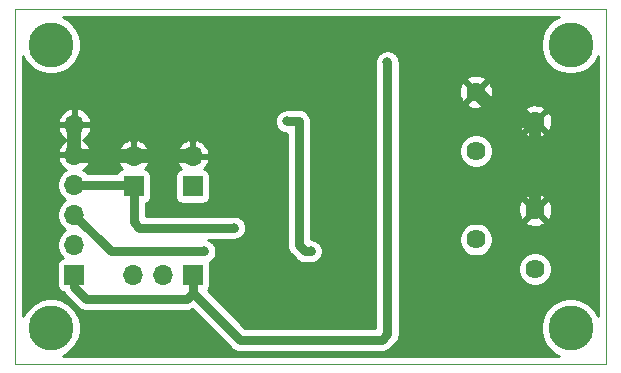
<source format=gbr>
%TF.GenerationSoftware,KiCad,Pcbnew,5.1.10-88a1d61d58~90~ubuntu20.04.1*%
%TF.CreationDate,2021-10-12T23:28:00-03:00*%
%TF.ProjectId,SG3525_Rev01,53473335-3235-45f5-9265-7630312e6b69,0.0.0.1*%
%TF.SameCoordinates,Original*%
%TF.FileFunction,Copper,L2,Bot*%
%TF.FilePolarity,Positive*%
%FSLAX46Y46*%
G04 Gerber Fmt 4.6, Leading zero omitted, Abs format (unit mm)*
G04 Created by KiCad (PCBNEW 5.1.10-88a1d61d58~90~ubuntu20.04.1) date 2021-10-12 23:28:00*
%MOMM*%
%LPD*%
G01*
G04 APERTURE LIST*
%TA.AperFunction,Profile*%
%ADD10C,0.100000*%
%TD*%
%TA.AperFunction,ComponentPad*%
%ADD11C,3.800000*%
%TD*%
%TA.AperFunction,ComponentPad*%
%ADD12R,1.700000X1.700000*%
%TD*%
%TA.AperFunction,ComponentPad*%
%ADD13O,1.700000X1.700000*%
%TD*%
%TA.AperFunction,ComponentPad*%
%ADD14C,1.620000*%
%TD*%
%TA.AperFunction,ViaPad*%
%ADD15C,0.800000*%
%TD*%
%TA.AperFunction,Conductor*%
%ADD16C,0.800000*%
%TD*%
%TA.AperFunction,Conductor*%
%ADD17C,1.200000*%
%TD*%
%TA.AperFunction,Conductor*%
%ADD18C,1.000000*%
%TD*%
%TA.AperFunction,Conductor*%
%ADD19C,0.254000*%
%TD*%
%TA.AperFunction,Conductor*%
%ADD20C,0.100000*%
%TD*%
G04 APERTURE END LIST*
D10*
X173000000Y-82000000D02*
X173000000Y-112000000D01*
X123000000Y-82000000D02*
X173000000Y-82000000D01*
X123000000Y-112000000D02*
X123000000Y-82000000D01*
X173000000Y-112000000D02*
X123000000Y-112000000D01*
D11*
%TO.P,H1,1*%
%TO.N,N/C*%
X126000000Y-109000000D03*
%TD*%
%TO.P,H2,1*%
%TO.N,N/C*%
X170000000Y-109000000D03*
%TD*%
%TO.P,H3,1*%
%TO.N,N/C*%
X170000000Y-85000000D03*
%TD*%
%TO.P,H4,1*%
%TO.N,N/C*%
X126000000Y-85000000D03*
%TD*%
D12*
%TO.P,J1,1*%
%TO.N,VCC*%
X128000000Y-104500000D03*
D13*
%TO.P,J1,2*%
%TO.N,/OPA*%
X128000000Y-101960000D03*
%TO.P,J1,3*%
%TO.N,/PWM*%
X128000000Y-99420000D03*
%TO.P,J1,4*%
%TO.N,/OPB*%
X128000000Y-96880000D03*
%TO.P,J1,5*%
%TO.N,GND*%
X128000000Y-94340000D03*
%TO.P,J1,6*%
X128000000Y-91800000D03*
%TD*%
%TO.P,JP1,2*%
%TO.N,GND*%
X133000000Y-94460000D03*
D12*
%TO.P,JP1,1*%
%TO.N,/OPB*%
X133000000Y-97000000D03*
%TD*%
%TO.P,JP2,1*%
%TO.N,VCC*%
X138000000Y-104500000D03*
D13*
%TO.P,JP2,2*%
%TO.N,Net-(JP2-Pad2)*%
X135460000Y-104500000D03*
%TO.P,JP2,3*%
%TO.N,/VREF*%
X132920000Y-104500000D03*
%TD*%
D12*
%TO.P,JP3,1*%
%TO.N,/OPA*%
X138000000Y-97000000D03*
D13*
%TO.P,JP3,2*%
%TO.N,GND*%
X138000000Y-94460000D03*
%TD*%
D14*
%TO.P,RV1,1*%
%TO.N,GND*%
X167000000Y-99000000D03*
%TO.P,RV1,2*%
%TO.N,Net-(RV1-Pad2)*%
X162000000Y-101500000D03*
%TO.P,RV1,3*%
%TO.N,/VREF*%
X167000000Y-104000000D03*
%TD*%
%TO.P,RV2,3*%
%TO.N,GND*%
X162000000Y-89000000D03*
%TO.P,RV2,2*%
X167000000Y-91500000D03*
%TO.P,RV2,1*%
%TO.N,Net-(R2-Pad2)*%
X162000000Y-94000000D03*
%TD*%
D15*
%TO.N,VCC*%
X154500000Y-86500000D03*
%TO.N,/PWM*%
X139000000Y-102500000D03*
%TO.N,/OPB*%
X141500000Y-100500000D03*
X133000000Y-97000000D03*
%TO.N,Net-(U1-Pad1)*%
X146000000Y-91500000D03*
X148000000Y-102500000D03*
%TD*%
D16*
%TO.N,VCC*%
X154500000Y-109500000D02*
X154000000Y-110000000D01*
X154000000Y-110000000D02*
X142000000Y-110000000D01*
X142000000Y-110000000D02*
X138000000Y-106000000D01*
X154500000Y-86500000D02*
X154500000Y-109500000D01*
X138000000Y-106000000D02*
X138000000Y-104500000D01*
X128000000Y-104500000D02*
X128000000Y-105500000D01*
X128000000Y-105500000D02*
X129000000Y-106500000D01*
X137500000Y-106500000D02*
X138000000Y-106000000D01*
X129000000Y-106500000D02*
X137500000Y-106500000D01*
D17*
%TO.N,GND*%
X128120000Y-94460000D02*
X128000000Y-94340000D01*
X133000000Y-94460000D02*
X128120000Y-94460000D01*
X138000000Y-94460000D02*
X133000000Y-94460000D01*
X164500000Y-91500000D02*
X162000000Y-89000000D01*
X167000000Y-91500000D02*
X164500000Y-91500000D01*
D18*
X167000000Y-91500000D02*
X167000000Y-99000000D01*
D17*
X128000000Y-94340000D02*
X128000000Y-91800000D01*
D16*
%TO.N,/PWM*%
X128000000Y-99420000D02*
X131080000Y-102500000D01*
X131080000Y-102500000D02*
X139000000Y-102500000D01*
%TO.N,/OPB*%
X132880000Y-96880000D02*
X133000000Y-97000000D01*
X128000000Y-96880000D02*
X132880000Y-96880000D01*
X141500000Y-100500000D02*
X133500000Y-100500000D01*
X133500000Y-100500000D02*
X133000000Y-100000000D01*
X133000000Y-100000000D02*
X133000000Y-97000000D01*
%TO.N,Net-(U1-Pad1)*%
X147000000Y-102000000D02*
X147000000Y-91500000D01*
X147500000Y-102500000D02*
X147000000Y-102000000D01*
X147000000Y-91500000D02*
X146000000Y-91500000D01*
X148000000Y-102500000D02*
X147500000Y-102500000D01*
%TD*%
D19*
%TO.N,GND*%
X168803017Y-82760602D02*
X168389131Y-83037151D01*
X168037151Y-83389131D01*
X167760602Y-83803017D01*
X167570111Y-84262901D01*
X167473000Y-84751112D01*
X167473000Y-85248888D01*
X167570111Y-85737099D01*
X167760602Y-86196983D01*
X168037151Y-86610869D01*
X168389131Y-86962849D01*
X168803017Y-87239398D01*
X169262901Y-87429889D01*
X169751112Y-87527000D01*
X170248888Y-87527000D01*
X170737099Y-87429889D01*
X171196983Y-87239398D01*
X171610869Y-86962849D01*
X171962849Y-86610869D01*
X172239398Y-86196983D01*
X172323000Y-85995151D01*
X172323001Y-108004851D01*
X172239398Y-107803017D01*
X171962849Y-107389131D01*
X171610869Y-107037151D01*
X171196983Y-106760602D01*
X170737099Y-106570111D01*
X170248888Y-106473000D01*
X169751112Y-106473000D01*
X169262901Y-106570111D01*
X168803017Y-106760602D01*
X168389131Y-107037151D01*
X168037151Y-107389131D01*
X167760602Y-107803017D01*
X167570111Y-108262901D01*
X167473000Y-108751112D01*
X167473000Y-109248888D01*
X167570111Y-109737099D01*
X167760602Y-110196983D01*
X168037151Y-110610869D01*
X168389131Y-110962849D01*
X168803017Y-111239398D01*
X169004849Y-111323000D01*
X126995151Y-111323000D01*
X127196983Y-111239398D01*
X127610869Y-110962849D01*
X127962849Y-110610869D01*
X128239398Y-110196983D01*
X128429889Y-109737099D01*
X128527000Y-109248888D01*
X128527000Y-108751112D01*
X128429889Y-108262901D01*
X128239398Y-107803017D01*
X127962849Y-107389131D01*
X127610869Y-107037151D01*
X127196983Y-106760602D01*
X126737099Y-106570111D01*
X126248888Y-106473000D01*
X125751112Y-106473000D01*
X125262901Y-106570111D01*
X124803017Y-106760602D01*
X124389131Y-107037151D01*
X124037151Y-107389131D01*
X123760602Y-107803017D01*
X123677000Y-108004849D01*
X123677000Y-103650000D01*
X126519967Y-103650000D01*
X126519967Y-105350000D01*
X126532073Y-105472913D01*
X126567925Y-105591103D01*
X126626147Y-105700028D01*
X126704499Y-105795501D01*
X126799972Y-105873853D01*
X126908897Y-105932075D01*
X127027087Y-105967927D01*
X127088863Y-105974011D01*
X127141950Y-106073331D01*
X127270289Y-106229712D01*
X127309476Y-106261872D01*
X128238132Y-107190530D01*
X128270288Y-107229712D01*
X128309470Y-107261868D01*
X128309475Y-107261873D01*
X128426668Y-107358051D01*
X128605082Y-107453415D01*
X128798672Y-107512140D01*
X128816831Y-107513928D01*
X128949549Y-107527000D01*
X128949556Y-107527000D01*
X129000000Y-107531968D01*
X129050443Y-107527000D01*
X137449559Y-107527000D01*
X137500000Y-107531968D01*
X137550441Y-107527000D01*
X137550451Y-107527000D01*
X137701327Y-107512140D01*
X137894917Y-107453415D01*
X137964061Y-107416457D01*
X141238128Y-110690525D01*
X141270288Y-110729712D01*
X141426669Y-110858051D01*
X141605083Y-110953415D01*
X141798673Y-111012140D01*
X141949549Y-111027000D01*
X141949558Y-111027000D01*
X141999999Y-111031968D01*
X142050440Y-111027000D01*
X153949559Y-111027000D01*
X154000000Y-111031968D01*
X154050441Y-111027000D01*
X154050451Y-111027000D01*
X154201327Y-111012140D01*
X154394917Y-110953415D01*
X154573331Y-110858051D01*
X154729712Y-110729712D01*
X154761876Y-110690520D01*
X155190524Y-110261873D01*
X155229712Y-110229712D01*
X155358051Y-110073331D01*
X155453415Y-109894917D01*
X155512140Y-109701327D01*
X155527000Y-109550451D01*
X155527000Y-109550444D01*
X155531968Y-109500000D01*
X155527000Y-109449557D01*
X155527000Y-103858468D01*
X165563000Y-103858468D01*
X165563000Y-104141532D01*
X165618223Y-104419157D01*
X165726547Y-104680675D01*
X165883809Y-104916034D01*
X166083966Y-105116191D01*
X166319325Y-105273453D01*
X166580843Y-105381777D01*
X166858468Y-105437000D01*
X167141532Y-105437000D01*
X167419157Y-105381777D01*
X167680675Y-105273453D01*
X167916034Y-105116191D01*
X168116191Y-104916034D01*
X168273453Y-104680675D01*
X168381777Y-104419157D01*
X168437000Y-104141532D01*
X168437000Y-103858468D01*
X168381777Y-103580843D01*
X168273453Y-103319325D01*
X168116191Y-103083966D01*
X167916034Y-102883809D01*
X167680675Y-102726547D01*
X167419157Y-102618223D01*
X167141532Y-102563000D01*
X166858468Y-102563000D01*
X166580843Y-102618223D01*
X166319325Y-102726547D01*
X166083966Y-102883809D01*
X165883809Y-103083966D01*
X165726547Y-103319325D01*
X165618223Y-103580843D01*
X165563000Y-103858468D01*
X155527000Y-103858468D01*
X155527000Y-101358468D01*
X160563000Y-101358468D01*
X160563000Y-101641532D01*
X160618223Y-101919157D01*
X160726547Y-102180675D01*
X160883809Y-102416034D01*
X161083966Y-102616191D01*
X161319325Y-102773453D01*
X161580843Y-102881777D01*
X161858468Y-102937000D01*
X162141532Y-102937000D01*
X162419157Y-102881777D01*
X162680675Y-102773453D01*
X162916034Y-102616191D01*
X163116191Y-102416034D01*
X163273453Y-102180675D01*
X163381777Y-101919157D01*
X163437000Y-101641532D01*
X163437000Y-101358468D01*
X163381777Y-101080843D01*
X163273453Y-100819325D01*
X163116191Y-100583966D01*
X162916034Y-100383809D01*
X162680675Y-100226547D01*
X162419157Y-100118223D01*
X162141532Y-100063000D01*
X161858468Y-100063000D01*
X161580843Y-100118223D01*
X161319325Y-100226547D01*
X161083966Y-100383809D01*
X160883809Y-100583966D01*
X160726547Y-100819325D01*
X160618223Y-101080843D01*
X160563000Y-101358468D01*
X155527000Y-101358468D01*
X155527000Y-99992999D01*
X166180949Y-99992999D01*
X166253860Y-100236235D01*
X166509374Y-100358045D01*
X166783743Y-100427667D01*
X167066422Y-100442425D01*
X167346549Y-100401751D01*
X167613359Y-100307209D01*
X167746140Y-100236235D01*
X167819051Y-99992999D01*
X167000000Y-99173948D01*
X166180949Y-99992999D01*
X155527000Y-99992999D01*
X155527000Y-99066422D01*
X165557575Y-99066422D01*
X165598249Y-99346549D01*
X165692791Y-99613359D01*
X165763765Y-99746140D01*
X166007001Y-99819051D01*
X166826052Y-99000000D01*
X167173948Y-99000000D01*
X167992999Y-99819051D01*
X168236235Y-99746140D01*
X168358045Y-99490626D01*
X168427667Y-99216257D01*
X168442425Y-98933578D01*
X168401751Y-98653451D01*
X168307209Y-98386641D01*
X168236235Y-98253860D01*
X167992999Y-98180949D01*
X167173948Y-99000000D01*
X166826052Y-99000000D01*
X166007001Y-98180949D01*
X165763765Y-98253860D01*
X165641955Y-98509374D01*
X165572333Y-98783743D01*
X165557575Y-99066422D01*
X155527000Y-99066422D01*
X155527000Y-98007001D01*
X166180949Y-98007001D01*
X167000000Y-98826052D01*
X167819051Y-98007001D01*
X167746140Y-97763765D01*
X167490626Y-97641955D01*
X167216257Y-97572333D01*
X166933578Y-97557575D01*
X166653451Y-97598249D01*
X166386641Y-97692791D01*
X166253860Y-97763765D01*
X166180949Y-98007001D01*
X155527000Y-98007001D01*
X155527000Y-93858468D01*
X160563000Y-93858468D01*
X160563000Y-94141532D01*
X160618223Y-94419157D01*
X160726547Y-94680675D01*
X160883809Y-94916034D01*
X161083966Y-95116191D01*
X161319325Y-95273453D01*
X161580843Y-95381777D01*
X161858468Y-95437000D01*
X162141532Y-95437000D01*
X162419157Y-95381777D01*
X162680675Y-95273453D01*
X162916034Y-95116191D01*
X163116191Y-94916034D01*
X163273453Y-94680675D01*
X163381777Y-94419157D01*
X163437000Y-94141532D01*
X163437000Y-93858468D01*
X163381777Y-93580843D01*
X163273453Y-93319325D01*
X163116191Y-93083966D01*
X162916034Y-92883809D01*
X162680675Y-92726547D01*
X162419157Y-92618223D01*
X162141532Y-92563000D01*
X161858468Y-92563000D01*
X161580843Y-92618223D01*
X161319325Y-92726547D01*
X161083966Y-92883809D01*
X160883809Y-93083966D01*
X160726547Y-93319325D01*
X160618223Y-93580843D01*
X160563000Y-93858468D01*
X155527000Y-93858468D01*
X155527000Y-92492999D01*
X166180949Y-92492999D01*
X166253860Y-92736235D01*
X166509374Y-92858045D01*
X166783743Y-92927667D01*
X167066422Y-92942425D01*
X167346549Y-92901751D01*
X167613359Y-92807209D01*
X167746140Y-92736235D01*
X167819051Y-92492999D01*
X167000000Y-91673948D01*
X166180949Y-92492999D01*
X155527000Y-92492999D01*
X155527000Y-91566422D01*
X165557575Y-91566422D01*
X165598249Y-91846549D01*
X165692791Y-92113359D01*
X165763765Y-92246140D01*
X166007001Y-92319051D01*
X166826052Y-91500000D01*
X167173948Y-91500000D01*
X167992999Y-92319051D01*
X168236235Y-92246140D01*
X168358045Y-91990626D01*
X168427667Y-91716257D01*
X168442425Y-91433578D01*
X168401751Y-91153451D01*
X168307209Y-90886641D01*
X168236235Y-90753860D01*
X167992999Y-90680949D01*
X167173948Y-91500000D01*
X166826052Y-91500000D01*
X166007001Y-90680949D01*
X165763765Y-90753860D01*
X165641955Y-91009374D01*
X165572333Y-91283743D01*
X165557575Y-91566422D01*
X155527000Y-91566422D01*
X155527000Y-90507001D01*
X166180949Y-90507001D01*
X167000000Y-91326052D01*
X167819051Y-90507001D01*
X167746140Y-90263765D01*
X167490626Y-90141955D01*
X167216257Y-90072333D01*
X166933578Y-90057575D01*
X166653451Y-90098249D01*
X166386641Y-90192791D01*
X166253860Y-90263765D01*
X166180949Y-90507001D01*
X155527000Y-90507001D01*
X155527000Y-89992999D01*
X161180949Y-89992999D01*
X161253860Y-90236235D01*
X161509374Y-90358045D01*
X161783743Y-90427667D01*
X162066422Y-90442425D01*
X162346549Y-90401751D01*
X162613359Y-90307209D01*
X162746140Y-90236235D01*
X162819051Y-89992999D01*
X162000000Y-89173948D01*
X161180949Y-89992999D01*
X155527000Y-89992999D01*
X155527000Y-89066422D01*
X160557575Y-89066422D01*
X160598249Y-89346549D01*
X160692791Y-89613359D01*
X160763765Y-89746140D01*
X161007001Y-89819051D01*
X161826052Y-89000000D01*
X162173948Y-89000000D01*
X162992999Y-89819051D01*
X163236235Y-89746140D01*
X163358045Y-89490626D01*
X163427667Y-89216257D01*
X163442425Y-88933578D01*
X163401751Y-88653451D01*
X163307209Y-88386641D01*
X163236235Y-88253860D01*
X162992999Y-88180949D01*
X162173948Y-89000000D01*
X161826052Y-89000000D01*
X161007001Y-88180949D01*
X160763765Y-88253860D01*
X160641955Y-88509374D01*
X160572333Y-88783743D01*
X160557575Y-89066422D01*
X155527000Y-89066422D01*
X155527000Y-88007001D01*
X161180949Y-88007001D01*
X162000000Y-88826052D01*
X162819051Y-88007001D01*
X162746140Y-87763765D01*
X162490626Y-87641955D01*
X162216257Y-87572333D01*
X161933578Y-87557575D01*
X161653451Y-87598249D01*
X161386641Y-87692791D01*
X161253860Y-87763765D01*
X161180949Y-88007001D01*
X155527000Y-88007001D01*
X155527000Y-86398849D01*
X155517109Y-86349123D01*
X155512140Y-86298673D01*
X155497424Y-86250162D01*
X155487533Y-86200435D01*
X155468131Y-86153594D01*
X155453415Y-86105083D01*
X155429516Y-86060372D01*
X155410115Y-86013533D01*
X155381950Y-85971381D01*
X155358051Y-85926669D01*
X155325889Y-85887480D01*
X155297723Y-85845326D01*
X155261872Y-85809475D01*
X155229712Y-85770288D01*
X155190525Y-85738128D01*
X155154674Y-85702277D01*
X155112520Y-85674111D01*
X155073331Y-85641949D01*
X155028620Y-85618051D01*
X154986467Y-85589885D01*
X154939625Y-85570482D01*
X154894916Y-85546585D01*
X154846409Y-85531870D01*
X154799565Y-85512467D01*
X154749835Y-85502575D01*
X154701326Y-85487860D01*
X154650878Y-85482891D01*
X154601151Y-85473000D01*
X154550451Y-85473000D01*
X154500000Y-85468031D01*
X154449549Y-85473000D01*
X154398849Y-85473000D01*
X154349123Y-85482891D01*
X154298673Y-85487860D01*
X154250162Y-85502576D01*
X154200435Y-85512467D01*
X154153594Y-85531869D01*
X154105083Y-85546585D01*
X154060372Y-85570484D01*
X154013533Y-85589885D01*
X153971381Y-85618050D01*
X153926669Y-85641949D01*
X153887480Y-85674111D01*
X153845326Y-85702277D01*
X153809475Y-85738128D01*
X153770288Y-85770288D01*
X153738128Y-85809475D01*
X153702277Y-85845326D01*
X153674111Y-85887480D01*
X153641949Y-85926669D01*
X153618051Y-85971380D01*
X153589885Y-86013533D01*
X153570482Y-86060375D01*
X153546585Y-86105084D01*
X153531870Y-86153591D01*
X153512467Y-86200435D01*
X153502575Y-86250165D01*
X153487860Y-86298674D01*
X153482891Y-86349122D01*
X153473000Y-86398849D01*
X153473000Y-86449550D01*
X153473001Y-108973000D01*
X142425397Y-108973000D01*
X139269355Y-105816959D01*
X139295501Y-105795501D01*
X139373853Y-105700028D01*
X139432075Y-105591103D01*
X139467927Y-105472913D01*
X139480033Y-105350000D01*
X139480033Y-103650000D01*
X139467927Y-103527087D01*
X139438511Y-103430114D01*
X139439628Y-103429516D01*
X139486467Y-103410115D01*
X139528619Y-103381950D01*
X139573331Y-103358051D01*
X139612520Y-103325889D01*
X139654674Y-103297723D01*
X139690525Y-103261872D01*
X139729712Y-103229712D01*
X139761872Y-103190525D01*
X139797723Y-103154674D01*
X139825889Y-103112520D01*
X139858051Y-103073331D01*
X139881950Y-103028619D01*
X139910115Y-102986467D01*
X139929516Y-102939628D01*
X139953415Y-102894917D01*
X139968131Y-102846406D01*
X139987533Y-102799565D01*
X139997424Y-102749838D01*
X140012140Y-102701327D01*
X140017109Y-102650877D01*
X140027000Y-102601151D01*
X140027000Y-102550451D01*
X140031969Y-102500000D01*
X140027000Y-102449549D01*
X140027000Y-102398849D01*
X140017109Y-102349123D01*
X140012140Y-102298673D01*
X139997424Y-102250162D01*
X139987533Y-102200435D01*
X139968131Y-102153594D01*
X139953415Y-102105083D01*
X139929516Y-102060372D01*
X139910115Y-102013533D01*
X139881950Y-101971381D01*
X139858051Y-101926669D01*
X139825889Y-101887480D01*
X139797723Y-101845326D01*
X139761872Y-101809475D01*
X139729712Y-101770288D01*
X139690525Y-101738128D01*
X139654674Y-101702277D01*
X139612520Y-101674111D01*
X139573331Y-101641949D01*
X139528619Y-101618050D01*
X139486467Y-101589885D01*
X139439628Y-101570484D01*
X139394917Y-101546585D01*
X139346406Y-101531869D01*
X139334650Y-101527000D01*
X141601151Y-101527000D01*
X141650877Y-101517109D01*
X141701327Y-101512140D01*
X141749838Y-101497424D01*
X141799565Y-101487533D01*
X141846406Y-101468131D01*
X141894917Y-101453415D01*
X141939628Y-101429516D01*
X141986467Y-101410115D01*
X142028619Y-101381950D01*
X142073331Y-101358051D01*
X142112520Y-101325889D01*
X142154674Y-101297723D01*
X142190525Y-101261872D01*
X142229712Y-101229712D01*
X142261872Y-101190525D01*
X142297723Y-101154674D01*
X142325889Y-101112520D01*
X142358051Y-101073331D01*
X142381950Y-101028619D01*
X142410115Y-100986467D01*
X142429516Y-100939628D01*
X142453415Y-100894917D01*
X142468131Y-100846406D01*
X142487533Y-100799565D01*
X142497424Y-100749838D01*
X142512140Y-100701327D01*
X142517109Y-100650877D01*
X142527000Y-100601151D01*
X142527000Y-100550451D01*
X142531969Y-100500000D01*
X142527000Y-100449549D01*
X142527000Y-100398849D01*
X142517109Y-100349123D01*
X142512140Y-100298673D01*
X142497424Y-100250162D01*
X142487533Y-100200435D01*
X142468131Y-100153594D01*
X142453415Y-100105083D01*
X142429516Y-100060372D01*
X142410115Y-100013533D01*
X142381950Y-99971381D01*
X142358051Y-99926669D01*
X142325889Y-99887480D01*
X142297723Y-99845326D01*
X142261872Y-99809475D01*
X142229712Y-99770288D01*
X142190525Y-99738128D01*
X142154674Y-99702277D01*
X142112520Y-99674111D01*
X142073331Y-99641949D01*
X142028619Y-99618050D01*
X141986467Y-99589885D01*
X141939628Y-99570484D01*
X141894917Y-99546585D01*
X141846406Y-99531869D01*
X141799565Y-99512467D01*
X141749838Y-99502576D01*
X141701327Y-99487860D01*
X141650877Y-99482891D01*
X141601151Y-99473000D01*
X134027000Y-99473000D01*
X134027000Y-98451520D01*
X134091103Y-98432075D01*
X134200028Y-98373853D01*
X134295501Y-98295501D01*
X134373853Y-98200028D01*
X134432075Y-98091103D01*
X134467927Y-97972913D01*
X134480033Y-97850000D01*
X134480033Y-96150000D01*
X136519967Y-96150000D01*
X136519967Y-97850000D01*
X136532073Y-97972913D01*
X136567925Y-98091103D01*
X136626147Y-98200028D01*
X136704499Y-98295501D01*
X136799972Y-98373853D01*
X136908897Y-98432075D01*
X137027087Y-98467927D01*
X137150000Y-98480033D01*
X138850000Y-98480033D01*
X138972913Y-98467927D01*
X139091103Y-98432075D01*
X139200028Y-98373853D01*
X139295501Y-98295501D01*
X139373853Y-98200028D01*
X139432075Y-98091103D01*
X139467927Y-97972913D01*
X139480033Y-97850000D01*
X139480033Y-96150000D01*
X139467927Y-96027087D01*
X139432075Y-95908897D01*
X139373853Y-95799972D01*
X139295501Y-95704499D01*
X139200028Y-95626147D01*
X139091103Y-95567925D01*
X138997748Y-95539606D01*
X139089431Y-95457338D01*
X139263069Y-95225637D01*
X139388168Y-94964513D01*
X139434507Y-94811737D01*
X139314508Y-94583000D01*
X138123000Y-94583000D01*
X138123000Y-94603000D01*
X137877000Y-94603000D01*
X137877000Y-94583000D01*
X136685492Y-94583000D01*
X136565493Y-94811737D01*
X136611832Y-94964513D01*
X136736931Y-95225637D01*
X136910569Y-95457338D01*
X137002252Y-95539606D01*
X136908897Y-95567925D01*
X136799972Y-95626147D01*
X136704499Y-95704499D01*
X136626147Y-95799972D01*
X136567925Y-95908897D01*
X136532073Y-96027087D01*
X136519967Y-96150000D01*
X134480033Y-96150000D01*
X134467927Y-96027087D01*
X134432075Y-95908897D01*
X134373853Y-95799972D01*
X134295501Y-95704499D01*
X134200028Y-95626147D01*
X134091103Y-95567925D01*
X133997748Y-95539606D01*
X134089431Y-95457338D01*
X134263069Y-95225637D01*
X134388168Y-94964513D01*
X134434507Y-94811737D01*
X134314508Y-94583000D01*
X133123000Y-94583000D01*
X133123000Y-94603000D01*
X132877000Y-94603000D01*
X132877000Y-94583000D01*
X131685492Y-94583000D01*
X131565493Y-94811737D01*
X131611832Y-94964513D01*
X131736931Y-95225637D01*
X131910569Y-95457338D01*
X132002252Y-95539606D01*
X131908897Y-95567925D01*
X131799972Y-95626147D01*
X131704499Y-95704499D01*
X131626147Y-95799972D01*
X131597803Y-95853000D01*
X129061794Y-95853000D01*
X128941533Y-95732739D01*
X128749519Y-95604439D01*
X128873927Y-95530712D01*
X129089431Y-95337338D01*
X129263069Y-95105637D01*
X129388168Y-94844513D01*
X129434507Y-94691737D01*
X129314508Y-94463000D01*
X128123000Y-94463000D01*
X128123000Y-94483000D01*
X127877000Y-94483000D01*
X127877000Y-94463000D01*
X126685492Y-94463000D01*
X126565493Y-94691737D01*
X126611832Y-94844513D01*
X126736931Y-95105637D01*
X126910569Y-95337338D01*
X127126073Y-95530712D01*
X127250481Y-95604439D01*
X127058467Y-95732739D01*
X126852739Y-95938467D01*
X126691099Y-96180378D01*
X126579760Y-96449175D01*
X126523000Y-96734528D01*
X126523000Y-97025472D01*
X126579760Y-97310825D01*
X126691099Y-97579622D01*
X126852739Y-97821533D01*
X127058467Y-98027261D01*
X127242159Y-98150000D01*
X127058467Y-98272739D01*
X126852739Y-98478467D01*
X126691099Y-98720378D01*
X126579760Y-98989175D01*
X126523000Y-99274528D01*
X126523000Y-99565472D01*
X126579760Y-99850825D01*
X126691099Y-100119622D01*
X126852739Y-100361533D01*
X127058467Y-100567261D01*
X127242159Y-100690000D01*
X127058467Y-100812739D01*
X126852739Y-101018467D01*
X126691099Y-101260378D01*
X126579760Y-101529175D01*
X126523000Y-101814528D01*
X126523000Y-102105472D01*
X126579760Y-102390825D01*
X126691099Y-102659622D01*
X126852739Y-102901533D01*
X126993475Y-103042269D01*
X126908897Y-103067925D01*
X126799972Y-103126147D01*
X126704499Y-103204499D01*
X126626147Y-103299972D01*
X126567925Y-103408897D01*
X126532073Y-103527087D01*
X126519967Y-103650000D01*
X123677000Y-103650000D01*
X123677000Y-92151737D01*
X126565493Y-92151737D01*
X126611832Y-92304513D01*
X126736931Y-92565637D01*
X126910569Y-92797338D01*
X127126073Y-92990712D01*
X127259865Y-93070000D01*
X127126073Y-93149288D01*
X126910569Y-93342662D01*
X126736931Y-93574363D01*
X126611832Y-93835487D01*
X126565493Y-93988263D01*
X126685492Y-94217000D01*
X127877000Y-94217000D01*
X127877000Y-91923000D01*
X128123000Y-91923000D01*
X128123000Y-94217000D01*
X129314508Y-94217000D01*
X129371553Y-94108263D01*
X131565493Y-94108263D01*
X131685492Y-94337000D01*
X132877000Y-94337000D01*
X132877000Y-93144876D01*
X133123000Y-93144876D01*
X133123000Y-94337000D01*
X134314508Y-94337000D01*
X134434507Y-94108263D01*
X136565493Y-94108263D01*
X136685492Y-94337000D01*
X137877000Y-94337000D01*
X137877000Y-93144876D01*
X138123000Y-93144876D01*
X138123000Y-94337000D01*
X139314508Y-94337000D01*
X139434507Y-94108263D01*
X139388168Y-93955487D01*
X139263069Y-93694363D01*
X139089431Y-93462662D01*
X138873927Y-93269288D01*
X138624838Y-93121673D01*
X138351737Y-93025489D01*
X138123000Y-93144876D01*
X137877000Y-93144876D01*
X137648263Y-93025489D01*
X137375162Y-93121673D01*
X137126073Y-93269288D01*
X136910569Y-93462662D01*
X136736931Y-93694363D01*
X136611832Y-93955487D01*
X136565493Y-94108263D01*
X134434507Y-94108263D01*
X134388168Y-93955487D01*
X134263069Y-93694363D01*
X134089431Y-93462662D01*
X133873927Y-93269288D01*
X133624838Y-93121673D01*
X133351737Y-93025489D01*
X133123000Y-93144876D01*
X132877000Y-93144876D01*
X132648263Y-93025489D01*
X132375162Y-93121673D01*
X132126073Y-93269288D01*
X131910569Y-93462662D01*
X131736931Y-93694363D01*
X131611832Y-93955487D01*
X131565493Y-94108263D01*
X129371553Y-94108263D01*
X129434507Y-93988263D01*
X129388168Y-93835487D01*
X129263069Y-93574363D01*
X129089431Y-93342662D01*
X128873927Y-93149288D01*
X128740135Y-93070000D01*
X128873927Y-92990712D01*
X129089431Y-92797338D01*
X129263069Y-92565637D01*
X129388168Y-92304513D01*
X129434507Y-92151737D01*
X129314508Y-91923000D01*
X128123000Y-91923000D01*
X127877000Y-91923000D01*
X126685492Y-91923000D01*
X126565493Y-92151737D01*
X123677000Y-92151737D01*
X123677000Y-91448263D01*
X126565493Y-91448263D01*
X126685492Y-91677000D01*
X127877000Y-91677000D01*
X127877000Y-90484876D01*
X128123000Y-90484876D01*
X128123000Y-91677000D01*
X129314508Y-91677000D01*
X129407364Y-91500000D01*
X144968031Y-91500000D01*
X144973000Y-91550451D01*
X144973000Y-91601151D01*
X144982891Y-91650877D01*
X144987860Y-91701327D01*
X145002576Y-91749838D01*
X145012467Y-91799565D01*
X145031869Y-91846406D01*
X145046585Y-91894917D01*
X145070484Y-91939628D01*
X145089885Y-91986467D01*
X145118050Y-92028619D01*
X145141949Y-92073331D01*
X145174111Y-92112520D01*
X145202277Y-92154674D01*
X145238128Y-92190525D01*
X145270288Y-92229712D01*
X145309475Y-92261872D01*
X145345326Y-92297723D01*
X145387480Y-92325889D01*
X145426669Y-92358051D01*
X145471381Y-92381950D01*
X145513533Y-92410115D01*
X145560372Y-92429516D01*
X145605083Y-92453415D01*
X145653594Y-92468131D01*
X145700435Y-92487533D01*
X145750162Y-92497424D01*
X145798673Y-92512140D01*
X145849123Y-92517109D01*
X145898849Y-92527000D01*
X145973001Y-92527000D01*
X145973000Y-101949559D01*
X145968032Y-102000000D01*
X145973000Y-102050441D01*
X145973000Y-102050450D01*
X145987860Y-102201326D01*
X146046585Y-102394916D01*
X146141949Y-102573331D01*
X146270288Y-102729712D01*
X146309480Y-102761876D01*
X146738127Y-103190524D01*
X146770288Y-103229712D01*
X146926669Y-103358051D01*
X147105083Y-103453415D01*
X147217555Y-103487533D01*
X147298672Y-103512140D01*
X147316831Y-103513928D01*
X147449549Y-103527000D01*
X147449556Y-103527000D01*
X147500000Y-103531968D01*
X147550443Y-103527000D01*
X148101151Y-103527000D01*
X148150877Y-103517109D01*
X148201327Y-103512140D01*
X148249838Y-103497424D01*
X148299565Y-103487533D01*
X148346406Y-103468131D01*
X148394917Y-103453415D01*
X148439628Y-103429516D01*
X148486467Y-103410115D01*
X148528619Y-103381950D01*
X148573331Y-103358051D01*
X148612520Y-103325889D01*
X148654674Y-103297723D01*
X148690525Y-103261872D01*
X148729712Y-103229712D01*
X148761872Y-103190525D01*
X148797723Y-103154674D01*
X148825889Y-103112520D01*
X148858051Y-103073331D01*
X148881950Y-103028619D01*
X148910115Y-102986467D01*
X148929516Y-102939628D01*
X148953415Y-102894917D01*
X148968131Y-102846406D01*
X148987533Y-102799565D01*
X148997424Y-102749838D01*
X149012140Y-102701327D01*
X149017109Y-102650877D01*
X149027000Y-102601151D01*
X149027000Y-102550451D01*
X149031969Y-102500000D01*
X149027000Y-102449549D01*
X149027000Y-102398849D01*
X149017109Y-102349123D01*
X149012140Y-102298673D01*
X148997424Y-102250162D01*
X148987533Y-102200435D01*
X148968131Y-102153594D01*
X148953415Y-102105083D01*
X148929516Y-102060372D01*
X148910115Y-102013533D01*
X148881950Y-101971381D01*
X148858051Y-101926669D01*
X148825889Y-101887480D01*
X148797723Y-101845326D01*
X148761872Y-101809475D01*
X148729712Y-101770288D01*
X148690525Y-101738128D01*
X148654674Y-101702277D01*
X148612520Y-101674111D01*
X148573331Y-101641949D01*
X148528619Y-101618050D01*
X148486467Y-101589885D01*
X148439628Y-101570484D01*
X148394917Y-101546585D01*
X148346406Y-101531869D01*
X148299565Y-101512467D01*
X148249838Y-101502576D01*
X148201327Y-101487860D01*
X148150877Y-101482891D01*
X148101151Y-101473000D01*
X148027000Y-101473000D01*
X148027000Y-91550451D01*
X148031969Y-91500000D01*
X148012140Y-91298673D01*
X147953415Y-91105083D01*
X147858051Y-90926669D01*
X147729712Y-90770288D01*
X147573331Y-90641949D01*
X147394917Y-90546585D01*
X147201327Y-90487860D01*
X147050451Y-90473000D01*
X147000000Y-90468031D01*
X146949549Y-90473000D01*
X145898849Y-90473000D01*
X145849123Y-90482891D01*
X145798673Y-90487860D01*
X145750162Y-90502576D01*
X145700435Y-90512467D01*
X145653594Y-90531869D01*
X145605083Y-90546585D01*
X145560372Y-90570484D01*
X145513533Y-90589885D01*
X145471381Y-90618050D01*
X145426669Y-90641949D01*
X145387480Y-90674111D01*
X145345326Y-90702277D01*
X145309475Y-90738128D01*
X145270288Y-90770288D01*
X145238128Y-90809475D01*
X145202277Y-90845326D01*
X145174111Y-90887480D01*
X145141949Y-90926669D01*
X145118050Y-90971381D01*
X145089885Y-91013533D01*
X145070484Y-91060372D01*
X145046585Y-91105083D01*
X145031869Y-91153594D01*
X145012467Y-91200435D01*
X145002576Y-91250162D01*
X144987860Y-91298673D01*
X144982891Y-91349123D01*
X144973000Y-91398849D01*
X144973000Y-91449549D01*
X144968031Y-91500000D01*
X129407364Y-91500000D01*
X129434507Y-91448263D01*
X129388168Y-91295487D01*
X129263069Y-91034363D01*
X129089431Y-90802662D01*
X128873927Y-90609288D01*
X128624838Y-90461673D01*
X128351737Y-90365489D01*
X128123000Y-90484876D01*
X127877000Y-90484876D01*
X127648263Y-90365489D01*
X127375162Y-90461673D01*
X127126073Y-90609288D01*
X126910569Y-90802662D01*
X126736931Y-91034363D01*
X126611832Y-91295487D01*
X126565493Y-91448263D01*
X123677000Y-91448263D01*
X123677000Y-85995151D01*
X123760602Y-86196983D01*
X124037151Y-86610869D01*
X124389131Y-86962849D01*
X124803017Y-87239398D01*
X125262901Y-87429889D01*
X125751112Y-87527000D01*
X126248888Y-87527000D01*
X126737099Y-87429889D01*
X127196983Y-87239398D01*
X127610869Y-86962849D01*
X127962849Y-86610869D01*
X128239398Y-86196983D01*
X128429889Y-85737099D01*
X128527000Y-85248888D01*
X128527000Y-84751112D01*
X128429889Y-84262901D01*
X128239398Y-83803017D01*
X127962849Y-83389131D01*
X127610869Y-83037151D01*
X127196983Y-82760602D01*
X126995151Y-82677000D01*
X169004849Y-82677000D01*
X168803017Y-82760602D01*
%TA.AperFunction,Conductor*%
D20*
G36*
X168803017Y-82760602D02*
G01*
X168389131Y-83037151D01*
X168037151Y-83389131D01*
X167760602Y-83803017D01*
X167570111Y-84262901D01*
X167473000Y-84751112D01*
X167473000Y-85248888D01*
X167570111Y-85737099D01*
X167760602Y-86196983D01*
X168037151Y-86610869D01*
X168389131Y-86962849D01*
X168803017Y-87239398D01*
X169262901Y-87429889D01*
X169751112Y-87527000D01*
X170248888Y-87527000D01*
X170737099Y-87429889D01*
X171196983Y-87239398D01*
X171610869Y-86962849D01*
X171962849Y-86610869D01*
X172239398Y-86196983D01*
X172323000Y-85995151D01*
X172323001Y-108004851D01*
X172239398Y-107803017D01*
X171962849Y-107389131D01*
X171610869Y-107037151D01*
X171196983Y-106760602D01*
X170737099Y-106570111D01*
X170248888Y-106473000D01*
X169751112Y-106473000D01*
X169262901Y-106570111D01*
X168803017Y-106760602D01*
X168389131Y-107037151D01*
X168037151Y-107389131D01*
X167760602Y-107803017D01*
X167570111Y-108262901D01*
X167473000Y-108751112D01*
X167473000Y-109248888D01*
X167570111Y-109737099D01*
X167760602Y-110196983D01*
X168037151Y-110610869D01*
X168389131Y-110962849D01*
X168803017Y-111239398D01*
X169004849Y-111323000D01*
X126995151Y-111323000D01*
X127196983Y-111239398D01*
X127610869Y-110962849D01*
X127962849Y-110610869D01*
X128239398Y-110196983D01*
X128429889Y-109737099D01*
X128527000Y-109248888D01*
X128527000Y-108751112D01*
X128429889Y-108262901D01*
X128239398Y-107803017D01*
X127962849Y-107389131D01*
X127610869Y-107037151D01*
X127196983Y-106760602D01*
X126737099Y-106570111D01*
X126248888Y-106473000D01*
X125751112Y-106473000D01*
X125262901Y-106570111D01*
X124803017Y-106760602D01*
X124389131Y-107037151D01*
X124037151Y-107389131D01*
X123760602Y-107803017D01*
X123677000Y-108004849D01*
X123677000Y-103650000D01*
X126519967Y-103650000D01*
X126519967Y-105350000D01*
X126532073Y-105472913D01*
X126567925Y-105591103D01*
X126626147Y-105700028D01*
X126704499Y-105795501D01*
X126799972Y-105873853D01*
X126908897Y-105932075D01*
X127027087Y-105967927D01*
X127088863Y-105974011D01*
X127141950Y-106073331D01*
X127270289Y-106229712D01*
X127309476Y-106261872D01*
X128238132Y-107190530D01*
X128270288Y-107229712D01*
X128309470Y-107261868D01*
X128309475Y-107261873D01*
X128426668Y-107358051D01*
X128605082Y-107453415D01*
X128798672Y-107512140D01*
X128816831Y-107513928D01*
X128949549Y-107527000D01*
X128949556Y-107527000D01*
X129000000Y-107531968D01*
X129050443Y-107527000D01*
X137449559Y-107527000D01*
X137500000Y-107531968D01*
X137550441Y-107527000D01*
X137550451Y-107527000D01*
X137701327Y-107512140D01*
X137894917Y-107453415D01*
X137964061Y-107416457D01*
X141238128Y-110690525D01*
X141270288Y-110729712D01*
X141426669Y-110858051D01*
X141605083Y-110953415D01*
X141798673Y-111012140D01*
X141949549Y-111027000D01*
X141949558Y-111027000D01*
X141999999Y-111031968D01*
X142050440Y-111027000D01*
X153949559Y-111027000D01*
X154000000Y-111031968D01*
X154050441Y-111027000D01*
X154050451Y-111027000D01*
X154201327Y-111012140D01*
X154394917Y-110953415D01*
X154573331Y-110858051D01*
X154729712Y-110729712D01*
X154761876Y-110690520D01*
X155190524Y-110261873D01*
X155229712Y-110229712D01*
X155358051Y-110073331D01*
X155453415Y-109894917D01*
X155512140Y-109701327D01*
X155527000Y-109550451D01*
X155527000Y-109550444D01*
X155531968Y-109500000D01*
X155527000Y-109449557D01*
X155527000Y-103858468D01*
X165563000Y-103858468D01*
X165563000Y-104141532D01*
X165618223Y-104419157D01*
X165726547Y-104680675D01*
X165883809Y-104916034D01*
X166083966Y-105116191D01*
X166319325Y-105273453D01*
X166580843Y-105381777D01*
X166858468Y-105437000D01*
X167141532Y-105437000D01*
X167419157Y-105381777D01*
X167680675Y-105273453D01*
X167916034Y-105116191D01*
X168116191Y-104916034D01*
X168273453Y-104680675D01*
X168381777Y-104419157D01*
X168437000Y-104141532D01*
X168437000Y-103858468D01*
X168381777Y-103580843D01*
X168273453Y-103319325D01*
X168116191Y-103083966D01*
X167916034Y-102883809D01*
X167680675Y-102726547D01*
X167419157Y-102618223D01*
X167141532Y-102563000D01*
X166858468Y-102563000D01*
X166580843Y-102618223D01*
X166319325Y-102726547D01*
X166083966Y-102883809D01*
X165883809Y-103083966D01*
X165726547Y-103319325D01*
X165618223Y-103580843D01*
X165563000Y-103858468D01*
X155527000Y-103858468D01*
X155527000Y-101358468D01*
X160563000Y-101358468D01*
X160563000Y-101641532D01*
X160618223Y-101919157D01*
X160726547Y-102180675D01*
X160883809Y-102416034D01*
X161083966Y-102616191D01*
X161319325Y-102773453D01*
X161580843Y-102881777D01*
X161858468Y-102937000D01*
X162141532Y-102937000D01*
X162419157Y-102881777D01*
X162680675Y-102773453D01*
X162916034Y-102616191D01*
X163116191Y-102416034D01*
X163273453Y-102180675D01*
X163381777Y-101919157D01*
X163437000Y-101641532D01*
X163437000Y-101358468D01*
X163381777Y-101080843D01*
X163273453Y-100819325D01*
X163116191Y-100583966D01*
X162916034Y-100383809D01*
X162680675Y-100226547D01*
X162419157Y-100118223D01*
X162141532Y-100063000D01*
X161858468Y-100063000D01*
X161580843Y-100118223D01*
X161319325Y-100226547D01*
X161083966Y-100383809D01*
X160883809Y-100583966D01*
X160726547Y-100819325D01*
X160618223Y-101080843D01*
X160563000Y-101358468D01*
X155527000Y-101358468D01*
X155527000Y-99992999D01*
X166180949Y-99992999D01*
X166253860Y-100236235D01*
X166509374Y-100358045D01*
X166783743Y-100427667D01*
X167066422Y-100442425D01*
X167346549Y-100401751D01*
X167613359Y-100307209D01*
X167746140Y-100236235D01*
X167819051Y-99992999D01*
X167000000Y-99173948D01*
X166180949Y-99992999D01*
X155527000Y-99992999D01*
X155527000Y-99066422D01*
X165557575Y-99066422D01*
X165598249Y-99346549D01*
X165692791Y-99613359D01*
X165763765Y-99746140D01*
X166007001Y-99819051D01*
X166826052Y-99000000D01*
X167173948Y-99000000D01*
X167992999Y-99819051D01*
X168236235Y-99746140D01*
X168358045Y-99490626D01*
X168427667Y-99216257D01*
X168442425Y-98933578D01*
X168401751Y-98653451D01*
X168307209Y-98386641D01*
X168236235Y-98253860D01*
X167992999Y-98180949D01*
X167173948Y-99000000D01*
X166826052Y-99000000D01*
X166007001Y-98180949D01*
X165763765Y-98253860D01*
X165641955Y-98509374D01*
X165572333Y-98783743D01*
X165557575Y-99066422D01*
X155527000Y-99066422D01*
X155527000Y-98007001D01*
X166180949Y-98007001D01*
X167000000Y-98826052D01*
X167819051Y-98007001D01*
X167746140Y-97763765D01*
X167490626Y-97641955D01*
X167216257Y-97572333D01*
X166933578Y-97557575D01*
X166653451Y-97598249D01*
X166386641Y-97692791D01*
X166253860Y-97763765D01*
X166180949Y-98007001D01*
X155527000Y-98007001D01*
X155527000Y-93858468D01*
X160563000Y-93858468D01*
X160563000Y-94141532D01*
X160618223Y-94419157D01*
X160726547Y-94680675D01*
X160883809Y-94916034D01*
X161083966Y-95116191D01*
X161319325Y-95273453D01*
X161580843Y-95381777D01*
X161858468Y-95437000D01*
X162141532Y-95437000D01*
X162419157Y-95381777D01*
X162680675Y-95273453D01*
X162916034Y-95116191D01*
X163116191Y-94916034D01*
X163273453Y-94680675D01*
X163381777Y-94419157D01*
X163437000Y-94141532D01*
X163437000Y-93858468D01*
X163381777Y-93580843D01*
X163273453Y-93319325D01*
X163116191Y-93083966D01*
X162916034Y-92883809D01*
X162680675Y-92726547D01*
X162419157Y-92618223D01*
X162141532Y-92563000D01*
X161858468Y-92563000D01*
X161580843Y-92618223D01*
X161319325Y-92726547D01*
X161083966Y-92883809D01*
X160883809Y-93083966D01*
X160726547Y-93319325D01*
X160618223Y-93580843D01*
X160563000Y-93858468D01*
X155527000Y-93858468D01*
X155527000Y-92492999D01*
X166180949Y-92492999D01*
X166253860Y-92736235D01*
X166509374Y-92858045D01*
X166783743Y-92927667D01*
X167066422Y-92942425D01*
X167346549Y-92901751D01*
X167613359Y-92807209D01*
X167746140Y-92736235D01*
X167819051Y-92492999D01*
X167000000Y-91673948D01*
X166180949Y-92492999D01*
X155527000Y-92492999D01*
X155527000Y-91566422D01*
X165557575Y-91566422D01*
X165598249Y-91846549D01*
X165692791Y-92113359D01*
X165763765Y-92246140D01*
X166007001Y-92319051D01*
X166826052Y-91500000D01*
X167173948Y-91500000D01*
X167992999Y-92319051D01*
X168236235Y-92246140D01*
X168358045Y-91990626D01*
X168427667Y-91716257D01*
X168442425Y-91433578D01*
X168401751Y-91153451D01*
X168307209Y-90886641D01*
X168236235Y-90753860D01*
X167992999Y-90680949D01*
X167173948Y-91500000D01*
X166826052Y-91500000D01*
X166007001Y-90680949D01*
X165763765Y-90753860D01*
X165641955Y-91009374D01*
X165572333Y-91283743D01*
X165557575Y-91566422D01*
X155527000Y-91566422D01*
X155527000Y-90507001D01*
X166180949Y-90507001D01*
X167000000Y-91326052D01*
X167819051Y-90507001D01*
X167746140Y-90263765D01*
X167490626Y-90141955D01*
X167216257Y-90072333D01*
X166933578Y-90057575D01*
X166653451Y-90098249D01*
X166386641Y-90192791D01*
X166253860Y-90263765D01*
X166180949Y-90507001D01*
X155527000Y-90507001D01*
X155527000Y-89992999D01*
X161180949Y-89992999D01*
X161253860Y-90236235D01*
X161509374Y-90358045D01*
X161783743Y-90427667D01*
X162066422Y-90442425D01*
X162346549Y-90401751D01*
X162613359Y-90307209D01*
X162746140Y-90236235D01*
X162819051Y-89992999D01*
X162000000Y-89173948D01*
X161180949Y-89992999D01*
X155527000Y-89992999D01*
X155527000Y-89066422D01*
X160557575Y-89066422D01*
X160598249Y-89346549D01*
X160692791Y-89613359D01*
X160763765Y-89746140D01*
X161007001Y-89819051D01*
X161826052Y-89000000D01*
X162173948Y-89000000D01*
X162992999Y-89819051D01*
X163236235Y-89746140D01*
X163358045Y-89490626D01*
X163427667Y-89216257D01*
X163442425Y-88933578D01*
X163401751Y-88653451D01*
X163307209Y-88386641D01*
X163236235Y-88253860D01*
X162992999Y-88180949D01*
X162173948Y-89000000D01*
X161826052Y-89000000D01*
X161007001Y-88180949D01*
X160763765Y-88253860D01*
X160641955Y-88509374D01*
X160572333Y-88783743D01*
X160557575Y-89066422D01*
X155527000Y-89066422D01*
X155527000Y-88007001D01*
X161180949Y-88007001D01*
X162000000Y-88826052D01*
X162819051Y-88007001D01*
X162746140Y-87763765D01*
X162490626Y-87641955D01*
X162216257Y-87572333D01*
X161933578Y-87557575D01*
X161653451Y-87598249D01*
X161386641Y-87692791D01*
X161253860Y-87763765D01*
X161180949Y-88007001D01*
X155527000Y-88007001D01*
X155527000Y-86398849D01*
X155517109Y-86349123D01*
X155512140Y-86298673D01*
X155497424Y-86250162D01*
X155487533Y-86200435D01*
X155468131Y-86153594D01*
X155453415Y-86105083D01*
X155429516Y-86060372D01*
X155410115Y-86013533D01*
X155381950Y-85971381D01*
X155358051Y-85926669D01*
X155325889Y-85887480D01*
X155297723Y-85845326D01*
X155261872Y-85809475D01*
X155229712Y-85770288D01*
X155190525Y-85738128D01*
X155154674Y-85702277D01*
X155112520Y-85674111D01*
X155073331Y-85641949D01*
X155028620Y-85618051D01*
X154986467Y-85589885D01*
X154939625Y-85570482D01*
X154894916Y-85546585D01*
X154846409Y-85531870D01*
X154799565Y-85512467D01*
X154749835Y-85502575D01*
X154701326Y-85487860D01*
X154650878Y-85482891D01*
X154601151Y-85473000D01*
X154550451Y-85473000D01*
X154500000Y-85468031D01*
X154449549Y-85473000D01*
X154398849Y-85473000D01*
X154349123Y-85482891D01*
X154298673Y-85487860D01*
X154250162Y-85502576D01*
X154200435Y-85512467D01*
X154153594Y-85531869D01*
X154105083Y-85546585D01*
X154060372Y-85570484D01*
X154013533Y-85589885D01*
X153971381Y-85618050D01*
X153926669Y-85641949D01*
X153887480Y-85674111D01*
X153845326Y-85702277D01*
X153809475Y-85738128D01*
X153770288Y-85770288D01*
X153738128Y-85809475D01*
X153702277Y-85845326D01*
X153674111Y-85887480D01*
X153641949Y-85926669D01*
X153618051Y-85971380D01*
X153589885Y-86013533D01*
X153570482Y-86060375D01*
X153546585Y-86105084D01*
X153531870Y-86153591D01*
X153512467Y-86200435D01*
X153502575Y-86250165D01*
X153487860Y-86298674D01*
X153482891Y-86349122D01*
X153473000Y-86398849D01*
X153473000Y-86449550D01*
X153473001Y-108973000D01*
X142425397Y-108973000D01*
X139269355Y-105816959D01*
X139295501Y-105795501D01*
X139373853Y-105700028D01*
X139432075Y-105591103D01*
X139467927Y-105472913D01*
X139480033Y-105350000D01*
X139480033Y-103650000D01*
X139467927Y-103527087D01*
X139438511Y-103430114D01*
X139439628Y-103429516D01*
X139486467Y-103410115D01*
X139528619Y-103381950D01*
X139573331Y-103358051D01*
X139612520Y-103325889D01*
X139654674Y-103297723D01*
X139690525Y-103261872D01*
X139729712Y-103229712D01*
X139761872Y-103190525D01*
X139797723Y-103154674D01*
X139825889Y-103112520D01*
X139858051Y-103073331D01*
X139881950Y-103028619D01*
X139910115Y-102986467D01*
X139929516Y-102939628D01*
X139953415Y-102894917D01*
X139968131Y-102846406D01*
X139987533Y-102799565D01*
X139997424Y-102749838D01*
X140012140Y-102701327D01*
X140017109Y-102650877D01*
X140027000Y-102601151D01*
X140027000Y-102550451D01*
X140031969Y-102500000D01*
X140027000Y-102449549D01*
X140027000Y-102398849D01*
X140017109Y-102349123D01*
X140012140Y-102298673D01*
X139997424Y-102250162D01*
X139987533Y-102200435D01*
X139968131Y-102153594D01*
X139953415Y-102105083D01*
X139929516Y-102060372D01*
X139910115Y-102013533D01*
X139881950Y-101971381D01*
X139858051Y-101926669D01*
X139825889Y-101887480D01*
X139797723Y-101845326D01*
X139761872Y-101809475D01*
X139729712Y-101770288D01*
X139690525Y-101738128D01*
X139654674Y-101702277D01*
X139612520Y-101674111D01*
X139573331Y-101641949D01*
X139528619Y-101618050D01*
X139486467Y-101589885D01*
X139439628Y-101570484D01*
X139394917Y-101546585D01*
X139346406Y-101531869D01*
X139334650Y-101527000D01*
X141601151Y-101527000D01*
X141650877Y-101517109D01*
X141701327Y-101512140D01*
X141749838Y-101497424D01*
X141799565Y-101487533D01*
X141846406Y-101468131D01*
X141894917Y-101453415D01*
X141939628Y-101429516D01*
X141986467Y-101410115D01*
X142028619Y-101381950D01*
X142073331Y-101358051D01*
X142112520Y-101325889D01*
X142154674Y-101297723D01*
X142190525Y-101261872D01*
X142229712Y-101229712D01*
X142261872Y-101190525D01*
X142297723Y-101154674D01*
X142325889Y-101112520D01*
X142358051Y-101073331D01*
X142381950Y-101028619D01*
X142410115Y-100986467D01*
X142429516Y-100939628D01*
X142453415Y-100894917D01*
X142468131Y-100846406D01*
X142487533Y-100799565D01*
X142497424Y-100749838D01*
X142512140Y-100701327D01*
X142517109Y-100650877D01*
X142527000Y-100601151D01*
X142527000Y-100550451D01*
X142531969Y-100500000D01*
X142527000Y-100449549D01*
X142527000Y-100398849D01*
X142517109Y-100349123D01*
X142512140Y-100298673D01*
X142497424Y-100250162D01*
X142487533Y-100200435D01*
X142468131Y-100153594D01*
X142453415Y-100105083D01*
X142429516Y-100060372D01*
X142410115Y-100013533D01*
X142381950Y-99971381D01*
X142358051Y-99926669D01*
X142325889Y-99887480D01*
X142297723Y-99845326D01*
X142261872Y-99809475D01*
X142229712Y-99770288D01*
X142190525Y-99738128D01*
X142154674Y-99702277D01*
X142112520Y-99674111D01*
X142073331Y-99641949D01*
X142028619Y-99618050D01*
X141986467Y-99589885D01*
X141939628Y-99570484D01*
X141894917Y-99546585D01*
X141846406Y-99531869D01*
X141799565Y-99512467D01*
X141749838Y-99502576D01*
X141701327Y-99487860D01*
X141650877Y-99482891D01*
X141601151Y-99473000D01*
X134027000Y-99473000D01*
X134027000Y-98451520D01*
X134091103Y-98432075D01*
X134200028Y-98373853D01*
X134295501Y-98295501D01*
X134373853Y-98200028D01*
X134432075Y-98091103D01*
X134467927Y-97972913D01*
X134480033Y-97850000D01*
X134480033Y-96150000D01*
X136519967Y-96150000D01*
X136519967Y-97850000D01*
X136532073Y-97972913D01*
X136567925Y-98091103D01*
X136626147Y-98200028D01*
X136704499Y-98295501D01*
X136799972Y-98373853D01*
X136908897Y-98432075D01*
X137027087Y-98467927D01*
X137150000Y-98480033D01*
X138850000Y-98480033D01*
X138972913Y-98467927D01*
X139091103Y-98432075D01*
X139200028Y-98373853D01*
X139295501Y-98295501D01*
X139373853Y-98200028D01*
X139432075Y-98091103D01*
X139467927Y-97972913D01*
X139480033Y-97850000D01*
X139480033Y-96150000D01*
X139467927Y-96027087D01*
X139432075Y-95908897D01*
X139373853Y-95799972D01*
X139295501Y-95704499D01*
X139200028Y-95626147D01*
X139091103Y-95567925D01*
X138997748Y-95539606D01*
X139089431Y-95457338D01*
X139263069Y-95225637D01*
X139388168Y-94964513D01*
X139434507Y-94811737D01*
X139314508Y-94583000D01*
X138123000Y-94583000D01*
X138123000Y-94603000D01*
X137877000Y-94603000D01*
X137877000Y-94583000D01*
X136685492Y-94583000D01*
X136565493Y-94811737D01*
X136611832Y-94964513D01*
X136736931Y-95225637D01*
X136910569Y-95457338D01*
X137002252Y-95539606D01*
X136908897Y-95567925D01*
X136799972Y-95626147D01*
X136704499Y-95704499D01*
X136626147Y-95799972D01*
X136567925Y-95908897D01*
X136532073Y-96027087D01*
X136519967Y-96150000D01*
X134480033Y-96150000D01*
X134467927Y-96027087D01*
X134432075Y-95908897D01*
X134373853Y-95799972D01*
X134295501Y-95704499D01*
X134200028Y-95626147D01*
X134091103Y-95567925D01*
X133997748Y-95539606D01*
X134089431Y-95457338D01*
X134263069Y-95225637D01*
X134388168Y-94964513D01*
X134434507Y-94811737D01*
X134314508Y-94583000D01*
X133123000Y-94583000D01*
X133123000Y-94603000D01*
X132877000Y-94603000D01*
X132877000Y-94583000D01*
X131685492Y-94583000D01*
X131565493Y-94811737D01*
X131611832Y-94964513D01*
X131736931Y-95225637D01*
X131910569Y-95457338D01*
X132002252Y-95539606D01*
X131908897Y-95567925D01*
X131799972Y-95626147D01*
X131704499Y-95704499D01*
X131626147Y-95799972D01*
X131597803Y-95853000D01*
X129061794Y-95853000D01*
X128941533Y-95732739D01*
X128749519Y-95604439D01*
X128873927Y-95530712D01*
X129089431Y-95337338D01*
X129263069Y-95105637D01*
X129388168Y-94844513D01*
X129434507Y-94691737D01*
X129314508Y-94463000D01*
X128123000Y-94463000D01*
X128123000Y-94483000D01*
X127877000Y-94483000D01*
X127877000Y-94463000D01*
X126685492Y-94463000D01*
X126565493Y-94691737D01*
X126611832Y-94844513D01*
X126736931Y-95105637D01*
X126910569Y-95337338D01*
X127126073Y-95530712D01*
X127250481Y-95604439D01*
X127058467Y-95732739D01*
X126852739Y-95938467D01*
X126691099Y-96180378D01*
X126579760Y-96449175D01*
X126523000Y-96734528D01*
X126523000Y-97025472D01*
X126579760Y-97310825D01*
X126691099Y-97579622D01*
X126852739Y-97821533D01*
X127058467Y-98027261D01*
X127242159Y-98150000D01*
X127058467Y-98272739D01*
X126852739Y-98478467D01*
X126691099Y-98720378D01*
X126579760Y-98989175D01*
X126523000Y-99274528D01*
X126523000Y-99565472D01*
X126579760Y-99850825D01*
X126691099Y-100119622D01*
X126852739Y-100361533D01*
X127058467Y-100567261D01*
X127242159Y-100690000D01*
X127058467Y-100812739D01*
X126852739Y-101018467D01*
X126691099Y-101260378D01*
X126579760Y-101529175D01*
X126523000Y-101814528D01*
X126523000Y-102105472D01*
X126579760Y-102390825D01*
X126691099Y-102659622D01*
X126852739Y-102901533D01*
X126993475Y-103042269D01*
X126908897Y-103067925D01*
X126799972Y-103126147D01*
X126704499Y-103204499D01*
X126626147Y-103299972D01*
X126567925Y-103408897D01*
X126532073Y-103527087D01*
X126519967Y-103650000D01*
X123677000Y-103650000D01*
X123677000Y-92151737D01*
X126565493Y-92151737D01*
X126611832Y-92304513D01*
X126736931Y-92565637D01*
X126910569Y-92797338D01*
X127126073Y-92990712D01*
X127259865Y-93070000D01*
X127126073Y-93149288D01*
X126910569Y-93342662D01*
X126736931Y-93574363D01*
X126611832Y-93835487D01*
X126565493Y-93988263D01*
X126685492Y-94217000D01*
X127877000Y-94217000D01*
X127877000Y-91923000D01*
X128123000Y-91923000D01*
X128123000Y-94217000D01*
X129314508Y-94217000D01*
X129371553Y-94108263D01*
X131565493Y-94108263D01*
X131685492Y-94337000D01*
X132877000Y-94337000D01*
X132877000Y-93144876D01*
X133123000Y-93144876D01*
X133123000Y-94337000D01*
X134314508Y-94337000D01*
X134434507Y-94108263D01*
X136565493Y-94108263D01*
X136685492Y-94337000D01*
X137877000Y-94337000D01*
X137877000Y-93144876D01*
X138123000Y-93144876D01*
X138123000Y-94337000D01*
X139314508Y-94337000D01*
X139434507Y-94108263D01*
X139388168Y-93955487D01*
X139263069Y-93694363D01*
X139089431Y-93462662D01*
X138873927Y-93269288D01*
X138624838Y-93121673D01*
X138351737Y-93025489D01*
X138123000Y-93144876D01*
X137877000Y-93144876D01*
X137648263Y-93025489D01*
X137375162Y-93121673D01*
X137126073Y-93269288D01*
X136910569Y-93462662D01*
X136736931Y-93694363D01*
X136611832Y-93955487D01*
X136565493Y-94108263D01*
X134434507Y-94108263D01*
X134388168Y-93955487D01*
X134263069Y-93694363D01*
X134089431Y-93462662D01*
X133873927Y-93269288D01*
X133624838Y-93121673D01*
X133351737Y-93025489D01*
X133123000Y-93144876D01*
X132877000Y-93144876D01*
X132648263Y-93025489D01*
X132375162Y-93121673D01*
X132126073Y-93269288D01*
X131910569Y-93462662D01*
X131736931Y-93694363D01*
X131611832Y-93955487D01*
X131565493Y-94108263D01*
X129371553Y-94108263D01*
X129434507Y-93988263D01*
X129388168Y-93835487D01*
X129263069Y-93574363D01*
X129089431Y-93342662D01*
X128873927Y-93149288D01*
X128740135Y-93070000D01*
X128873927Y-92990712D01*
X129089431Y-92797338D01*
X129263069Y-92565637D01*
X129388168Y-92304513D01*
X129434507Y-92151737D01*
X129314508Y-91923000D01*
X128123000Y-91923000D01*
X127877000Y-91923000D01*
X126685492Y-91923000D01*
X126565493Y-92151737D01*
X123677000Y-92151737D01*
X123677000Y-91448263D01*
X126565493Y-91448263D01*
X126685492Y-91677000D01*
X127877000Y-91677000D01*
X127877000Y-90484876D01*
X128123000Y-90484876D01*
X128123000Y-91677000D01*
X129314508Y-91677000D01*
X129407364Y-91500000D01*
X144968031Y-91500000D01*
X144973000Y-91550451D01*
X144973000Y-91601151D01*
X144982891Y-91650877D01*
X144987860Y-91701327D01*
X145002576Y-91749838D01*
X145012467Y-91799565D01*
X145031869Y-91846406D01*
X145046585Y-91894917D01*
X145070484Y-91939628D01*
X145089885Y-91986467D01*
X145118050Y-92028619D01*
X145141949Y-92073331D01*
X145174111Y-92112520D01*
X145202277Y-92154674D01*
X145238128Y-92190525D01*
X145270288Y-92229712D01*
X145309475Y-92261872D01*
X145345326Y-92297723D01*
X145387480Y-92325889D01*
X145426669Y-92358051D01*
X145471381Y-92381950D01*
X145513533Y-92410115D01*
X145560372Y-92429516D01*
X145605083Y-92453415D01*
X145653594Y-92468131D01*
X145700435Y-92487533D01*
X145750162Y-92497424D01*
X145798673Y-92512140D01*
X145849123Y-92517109D01*
X145898849Y-92527000D01*
X145973001Y-92527000D01*
X145973000Y-101949559D01*
X145968032Y-102000000D01*
X145973000Y-102050441D01*
X145973000Y-102050450D01*
X145987860Y-102201326D01*
X146046585Y-102394916D01*
X146141949Y-102573331D01*
X146270288Y-102729712D01*
X146309480Y-102761876D01*
X146738127Y-103190524D01*
X146770288Y-103229712D01*
X146926669Y-103358051D01*
X147105083Y-103453415D01*
X147217555Y-103487533D01*
X147298672Y-103512140D01*
X147316831Y-103513928D01*
X147449549Y-103527000D01*
X147449556Y-103527000D01*
X147500000Y-103531968D01*
X147550443Y-103527000D01*
X148101151Y-103527000D01*
X148150877Y-103517109D01*
X148201327Y-103512140D01*
X148249838Y-103497424D01*
X148299565Y-103487533D01*
X148346406Y-103468131D01*
X148394917Y-103453415D01*
X148439628Y-103429516D01*
X148486467Y-103410115D01*
X148528619Y-103381950D01*
X148573331Y-103358051D01*
X148612520Y-103325889D01*
X148654674Y-103297723D01*
X148690525Y-103261872D01*
X148729712Y-103229712D01*
X148761872Y-103190525D01*
X148797723Y-103154674D01*
X148825889Y-103112520D01*
X148858051Y-103073331D01*
X148881950Y-103028619D01*
X148910115Y-102986467D01*
X148929516Y-102939628D01*
X148953415Y-102894917D01*
X148968131Y-102846406D01*
X148987533Y-102799565D01*
X148997424Y-102749838D01*
X149012140Y-102701327D01*
X149017109Y-102650877D01*
X149027000Y-102601151D01*
X149027000Y-102550451D01*
X149031969Y-102500000D01*
X149027000Y-102449549D01*
X149027000Y-102398849D01*
X149017109Y-102349123D01*
X149012140Y-102298673D01*
X148997424Y-102250162D01*
X148987533Y-102200435D01*
X148968131Y-102153594D01*
X148953415Y-102105083D01*
X148929516Y-102060372D01*
X148910115Y-102013533D01*
X148881950Y-101971381D01*
X148858051Y-101926669D01*
X148825889Y-101887480D01*
X148797723Y-101845326D01*
X148761872Y-101809475D01*
X148729712Y-101770288D01*
X148690525Y-101738128D01*
X148654674Y-101702277D01*
X148612520Y-101674111D01*
X148573331Y-101641949D01*
X148528619Y-101618050D01*
X148486467Y-101589885D01*
X148439628Y-101570484D01*
X148394917Y-101546585D01*
X148346406Y-101531869D01*
X148299565Y-101512467D01*
X148249838Y-101502576D01*
X148201327Y-101487860D01*
X148150877Y-101482891D01*
X148101151Y-101473000D01*
X148027000Y-101473000D01*
X148027000Y-91550451D01*
X148031969Y-91500000D01*
X148012140Y-91298673D01*
X147953415Y-91105083D01*
X147858051Y-90926669D01*
X147729712Y-90770288D01*
X147573331Y-90641949D01*
X147394917Y-90546585D01*
X147201327Y-90487860D01*
X147050451Y-90473000D01*
X147000000Y-90468031D01*
X146949549Y-90473000D01*
X145898849Y-90473000D01*
X145849123Y-90482891D01*
X145798673Y-90487860D01*
X145750162Y-90502576D01*
X145700435Y-90512467D01*
X145653594Y-90531869D01*
X145605083Y-90546585D01*
X145560372Y-90570484D01*
X145513533Y-90589885D01*
X145471381Y-90618050D01*
X145426669Y-90641949D01*
X145387480Y-90674111D01*
X145345326Y-90702277D01*
X145309475Y-90738128D01*
X145270288Y-90770288D01*
X145238128Y-90809475D01*
X145202277Y-90845326D01*
X145174111Y-90887480D01*
X145141949Y-90926669D01*
X145118050Y-90971381D01*
X145089885Y-91013533D01*
X145070484Y-91060372D01*
X145046585Y-91105083D01*
X145031869Y-91153594D01*
X145012467Y-91200435D01*
X145002576Y-91250162D01*
X144987860Y-91298673D01*
X144982891Y-91349123D01*
X144973000Y-91398849D01*
X144973000Y-91449549D01*
X144968031Y-91500000D01*
X129407364Y-91500000D01*
X129434507Y-91448263D01*
X129388168Y-91295487D01*
X129263069Y-91034363D01*
X129089431Y-90802662D01*
X128873927Y-90609288D01*
X128624838Y-90461673D01*
X128351737Y-90365489D01*
X128123000Y-90484876D01*
X127877000Y-90484876D01*
X127648263Y-90365489D01*
X127375162Y-90461673D01*
X127126073Y-90609288D01*
X126910569Y-90802662D01*
X126736931Y-91034363D01*
X126611832Y-91295487D01*
X126565493Y-91448263D01*
X123677000Y-91448263D01*
X123677000Y-85995151D01*
X123760602Y-86196983D01*
X124037151Y-86610869D01*
X124389131Y-86962849D01*
X124803017Y-87239398D01*
X125262901Y-87429889D01*
X125751112Y-87527000D01*
X126248888Y-87527000D01*
X126737099Y-87429889D01*
X127196983Y-87239398D01*
X127610869Y-86962849D01*
X127962849Y-86610869D01*
X128239398Y-86196983D01*
X128429889Y-85737099D01*
X128527000Y-85248888D01*
X128527000Y-84751112D01*
X128429889Y-84262901D01*
X128239398Y-83803017D01*
X127962849Y-83389131D01*
X127610869Y-83037151D01*
X127196983Y-82760602D01*
X126995151Y-82677000D01*
X169004849Y-82677000D01*
X168803017Y-82760602D01*
G37*
%TD.AperFunction*%
%TD*%
M02*

</source>
